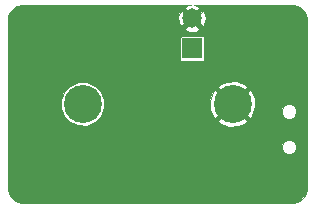
<source format=gbl>
G04 #@! TF.FileFunction,Copper,L2,Bot,Signal*
%FSLAX46Y46*%
G04 Gerber Fmt 4.6, Leading zero omitted, Abs format (unit mm)*
G04 Created by KiCad (PCBNEW 4.0.6) date 08/08/17 15:54:06*
%MOMM*%
%LPD*%
G01*
G04 APERTURE LIST*
%ADD10C,0.100000*%
%ADD11R,1.651000X1.651000*%
%ADD12C,1.651000*%
%ADD13C,3.216000*%
%ADD14C,0.600000*%
%ADD15C,0.025400*%
G04 APERTURE END LIST*
D10*
D11*
X151003000Y-100457000D03*
D12*
X151003000Y-97917000D03*
D13*
X141732000Y-105156000D03*
X154432000Y-105156000D03*
D14*
X140144500Y-102870000D03*
X148844000Y-112014000D03*
X149860000Y-112014000D03*
X148844000Y-110871000D03*
X147828000Y-112014000D03*
X139700000Y-112141000D03*
X139700000Y-110617000D03*
X140716000Y-112141000D03*
X153162000Y-102616000D03*
X146812000Y-106172000D03*
X145796000Y-106172000D03*
X147701000Y-106172000D03*
D15*
G36*
X150638844Y-96815116D02*
X150481348Y-96880353D01*
X150381670Y-97030787D01*
X151003000Y-97652118D01*
X151624330Y-97030787D01*
X151524652Y-96880353D01*
X151171621Y-96782700D01*
X159486128Y-96782700D01*
X159992709Y-96883466D01*
X160400235Y-97155765D01*
X160672534Y-97563291D01*
X160773300Y-98069873D01*
X160773300Y-112242127D01*
X160672534Y-112748709D01*
X160400235Y-113156235D01*
X159992709Y-113428534D01*
X159486128Y-113529300D01*
X136677873Y-113529300D01*
X136171291Y-113428534D01*
X135763765Y-113156235D01*
X135491466Y-112748709D01*
X135390700Y-112242128D01*
X135390700Y-108936339D01*
X158581693Y-108936339D01*
X158674775Y-109161614D01*
X158846980Y-109334119D01*
X159072092Y-109427594D01*
X159315839Y-109427807D01*
X159541114Y-109334725D01*
X159713619Y-109162520D01*
X159807094Y-108937408D01*
X159807307Y-108693661D01*
X159714225Y-108468386D01*
X159542020Y-108295881D01*
X159316908Y-108202406D01*
X159073161Y-108202193D01*
X158847886Y-108295275D01*
X158675381Y-108467480D01*
X158581906Y-108692592D01*
X158581693Y-108936339D01*
X135390700Y-108936339D01*
X135390700Y-105516571D01*
X139910984Y-105516571D01*
X140187585Y-106185997D01*
X140699310Y-106698615D01*
X141368251Y-106976384D01*
X142092571Y-106977016D01*
X142761997Y-106700415D01*
X142851270Y-106611297D01*
X153241585Y-106611297D01*
X153437729Y-106843150D01*
X154159058Y-107095215D01*
X154921940Y-107052052D01*
X155426271Y-106843150D01*
X155622415Y-106611297D01*
X154432000Y-105420882D01*
X153241585Y-106611297D01*
X142851270Y-106611297D01*
X143274615Y-106188690D01*
X143552384Y-105519749D01*
X143552939Y-104883058D01*
X152492785Y-104883058D01*
X152535948Y-105645940D01*
X152744850Y-106150271D01*
X152976703Y-106346415D01*
X154167118Y-105156000D01*
X154696882Y-105156000D01*
X155887297Y-106346415D01*
X156119150Y-106150271D01*
X156202294Y-105912339D01*
X158581693Y-105912339D01*
X158674775Y-106137614D01*
X158846980Y-106310119D01*
X159072092Y-106403594D01*
X159315839Y-106403807D01*
X159541114Y-106310725D01*
X159713619Y-106138520D01*
X159807094Y-105913408D01*
X159807307Y-105669661D01*
X159714225Y-105444386D01*
X159542020Y-105271881D01*
X159316908Y-105178406D01*
X159073161Y-105178193D01*
X158847886Y-105271275D01*
X158675381Y-105443480D01*
X158581906Y-105668592D01*
X158581693Y-105912339D01*
X156202294Y-105912339D01*
X156371215Y-105428942D01*
X156328052Y-104666060D01*
X156119150Y-104161729D01*
X155887297Y-103965585D01*
X154696882Y-105156000D01*
X154167118Y-105156000D01*
X152976703Y-103965585D01*
X152744850Y-104161729D01*
X152492785Y-104883058D01*
X143552939Y-104883058D01*
X143553016Y-104795429D01*
X143276415Y-104126003D01*
X142851856Y-103700703D01*
X153241585Y-103700703D01*
X154432000Y-104891118D01*
X155622415Y-103700703D01*
X155426271Y-103468850D01*
X154704942Y-103216785D01*
X153942060Y-103259948D01*
X153437729Y-103468850D01*
X153241585Y-103700703D01*
X142851856Y-103700703D01*
X142764690Y-103613385D01*
X142095749Y-103335616D01*
X141371429Y-103334984D01*
X140702003Y-103611585D01*
X140189385Y-104123310D01*
X139911616Y-104792251D01*
X139910984Y-105516571D01*
X135390700Y-105516571D01*
X135390700Y-99631500D01*
X149960633Y-99631500D01*
X149960633Y-101282500D01*
X149975464Y-101361322D01*
X150022048Y-101433715D01*
X150093127Y-101482281D01*
X150177500Y-101499367D01*
X151828500Y-101499367D01*
X151907322Y-101484536D01*
X151979715Y-101437952D01*
X152028281Y-101366873D01*
X152045367Y-101282500D01*
X152045367Y-99631500D01*
X152030536Y-99552678D01*
X151983952Y-99480285D01*
X151912873Y-99431719D01*
X151828500Y-99414633D01*
X150177500Y-99414633D01*
X150098678Y-99429464D01*
X150026285Y-99476048D01*
X149977719Y-99547127D01*
X149960633Y-99631500D01*
X135390700Y-99631500D01*
X135390700Y-98803213D01*
X150381670Y-98803213D01*
X150481348Y-98953647D01*
X150917763Y-99074365D01*
X151367156Y-99018884D01*
X151524652Y-98953647D01*
X151624330Y-98803213D01*
X151003000Y-98181882D01*
X150381670Y-98803213D01*
X135390700Y-98803213D01*
X135390700Y-98069872D01*
X135438063Y-97831763D01*
X149845635Y-97831763D01*
X149901116Y-98281156D01*
X149966353Y-98438652D01*
X150116787Y-98538330D01*
X150738118Y-97917000D01*
X151267882Y-97917000D01*
X151889213Y-98538330D01*
X152039647Y-98438652D01*
X152160365Y-98002237D01*
X152104884Y-97552844D01*
X152039647Y-97395348D01*
X151889213Y-97295670D01*
X151267882Y-97917000D01*
X150738118Y-97917000D01*
X150116787Y-97295670D01*
X149966353Y-97395348D01*
X149845635Y-97831763D01*
X135438063Y-97831763D01*
X135491466Y-97563291D01*
X135763765Y-97155765D01*
X136171291Y-96883466D01*
X136677873Y-96782700D01*
X150901412Y-96782700D01*
X150638844Y-96815116D01*
X150638844Y-96815116D01*
G37*
X150638844Y-96815116D02*
X150481348Y-96880353D01*
X150381670Y-97030787D01*
X151003000Y-97652118D01*
X151624330Y-97030787D01*
X151524652Y-96880353D01*
X151171621Y-96782700D01*
X159486128Y-96782700D01*
X159992709Y-96883466D01*
X160400235Y-97155765D01*
X160672534Y-97563291D01*
X160773300Y-98069873D01*
X160773300Y-112242127D01*
X160672534Y-112748709D01*
X160400235Y-113156235D01*
X159992709Y-113428534D01*
X159486128Y-113529300D01*
X136677873Y-113529300D01*
X136171291Y-113428534D01*
X135763765Y-113156235D01*
X135491466Y-112748709D01*
X135390700Y-112242128D01*
X135390700Y-108936339D01*
X158581693Y-108936339D01*
X158674775Y-109161614D01*
X158846980Y-109334119D01*
X159072092Y-109427594D01*
X159315839Y-109427807D01*
X159541114Y-109334725D01*
X159713619Y-109162520D01*
X159807094Y-108937408D01*
X159807307Y-108693661D01*
X159714225Y-108468386D01*
X159542020Y-108295881D01*
X159316908Y-108202406D01*
X159073161Y-108202193D01*
X158847886Y-108295275D01*
X158675381Y-108467480D01*
X158581906Y-108692592D01*
X158581693Y-108936339D01*
X135390700Y-108936339D01*
X135390700Y-105516571D01*
X139910984Y-105516571D01*
X140187585Y-106185997D01*
X140699310Y-106698615D01*
X141368251Y-106976384D01*
X142092571Y-106977016D01*
X142761997Y-106700415D01*
X142851270Y-106611297D01*
X153241585Y-106611297D01*
X153437729Y-106843150D01*
X154159058Y-107095215D01*
X154921940Y-107052052D01*
X155426271Y-106843150D01*
X155622415Y-106611297D01*
X154432000Y-105420882D01*
X153241585Y-106611297D01*
X142851270Y-106611297D01*
X143274615Y-106188690D01*
X143552384Y-105519749D01*
X143552939Y-104883058D01*
X152492785Y-104883058D01*
X152535948Y-105645940D01*
X152744850Y-106150271D01*
X152976703Y-106346415D01*
X154167118Y-105156000D01*
X154696882Y-105156000D01*
X155887297Y-106346415D01*
X156119150Y-106150271D01*
X156202294Y-105912339D01*
X158581693Y-105912339D01*
X158674775Y-106137614D01*
X158846980Y-106310119D01*
X159072092Y-106403594D01*
X159315839Y-106403807D01*
X159541114Y-106310725D01*
X159713619Y-106138520D01*
X159807094Y-105913408D01*
X159807307Y-105669661D01*
X159714225Y-105444386D01*
X159542020Y-105271881D01*
X159316908Y-105178406D01*
X159073161Y-105178193D01*
X158847886Y-105271275D01*
X158675381Y-105443480D01*
X158581906Y-105668592D01*
X158581693Y-105912339D01*
X156202294Y-105912339D01*
X156371215Y-105428942D01*
X156328052Y-104666060D01*
X156119150Y-104161729D01*
X155887297Y-103965585D01*
X154696882Y-105156000D01*
X154167118Y-105156000D01*
X152976703Y-103965585D01*
X152744850Y-104161729D01*
X152492785Y-104883058D01*
X143552939Y-104883058D01*
X143553016Y-104795429D01*
X143276415Y-104126003D01*
X142851856Y-103700703D01*
X153241585Y-103700703D01*
X154432000Y-104891118D01*
X155622415Y-103700703D01*
X155426271Y-103468850D01*
X154704942Y-103216785D01*
X153942060Y-103259948D01*
X153437729Y-103468850D01*
X153241585Y-103700703D01*
X142851856Y-103700703D01*
X142764690Y-103613385D01*
X142095749Y-103335616D01*
X141371429Y-103334984D01*
X140702003Y-103611585D01*
X140189385Y-104123310D01*
X139911616Y-104792251D01*
X139910984Y-105516571D01*
X135390700Y-105516571D01*
X135390700Y-99631500D01*
X149960633Y-99631500D01*
X149960633Y-101282500D01*
X149975464Y-101361322D01*
X150022048Y-101433715D01*
X150093127Y-101482281D01*
X150177500Y-101499367D01*
X151828500Y-101499367D01*
X151907322Y-101484536D01*
X151979715Y-101437952D01*
X152028281Y-101366873D01*
X152045367Y-101282500D01*
X152045367Y-99631500D01*
X152030536Y-99552678D01*
X151983952Y-99480285D01*
X151912873Y-99431719D01*
X151828500Y-99414633D01*
X150177500Y-99414633D01*
X150098678Y-99429464D01*
X150026285Y-99476048D01*
X149977719Y-99547127D01*
X149960633Y-99631500D01*
X135390700Y-99631500D01*
X135390700Y-98803213D01*
X150381670Y-98803213D01*
X150481348Y-98953647D01*
X150917763Y-99074365D01*
X151367156Y-99018884D01*
X151524652Y-98953647D01*
X151624330Y-98803213D01*
X151003000Y-98181882D01*
X150381670Y-98803213D01*
X135390700Y-98803213D01*
X135390700Y-98069872D01*
X135438063Y-97831763D01*
X149845635Y-97831763D01*
X149901116Y-98281156D01*
X149966353Y-98438652D01*
X150116787Y-98538330D01*
X150738118Y-97917000D01*
X151267882Y-97917000D01*
X151889213Y-98538330D01*
X152039647Y-98438652D01*
X152160365Y-98002237D01*
X152104884Y-97552844D01*
X152039647Y-97395348D01*
X151889213Y-97295670D01*
X151267882Y-97917000D01*
X150738118Y-97917000D01*
X150116787Y-97295670D01*
X149966353Y-97395348D01*
X149845635Y-97831763D01*
X135438063Y-97831763D01*
X135491466Y-97563291D01*
X135763765Y-97155765D01*
X136171291Y-96883466D01*
X136677873Y-96782700D01*
X150901412Y-96782700D01*
X150638844Y-96815116D01*
M02*

</source>
